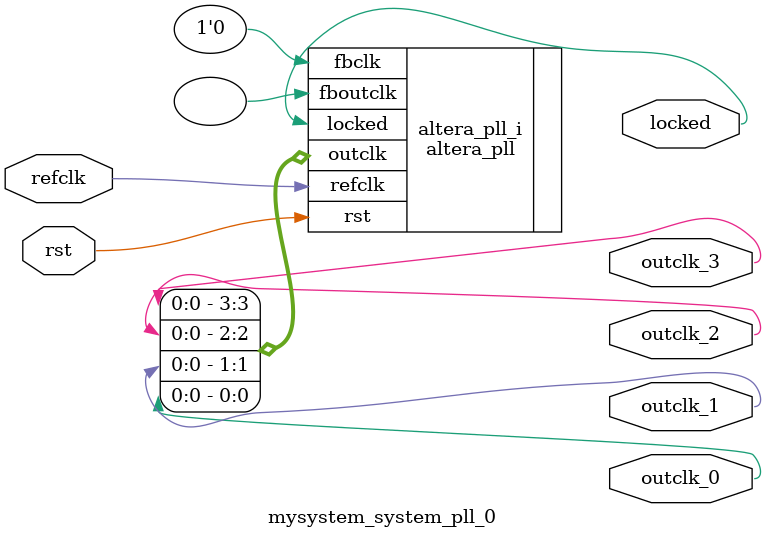
<source format=v>
`timescale 1ns/10ps
module  mysystem_system_pll_0(

	// interface 'refclk'
	input wire refclk,

	// interface 'reset'
	input wire rst,

	// interface 'outclk0'
	output wire outclk_0,

	// interface 'outclk1'
	output wire outclk_1,

	// interface 'outclk2'
	output wire outclk_2,

	// interface 'outclk3'
	output wire outclk_3,

	// interface 'locked'
	output wire locked
);

	altera_pll #(
		.fractional_vco_multiplier("false"),
		.reference_clock_frequency("50.0 MHz"),
		.operation_mode("direct"),
		.number_of_clocks(4),
		.output_clock_frequency0("100.000000 MHz"),
		.phase_shift0("0 ps"),
		.duty_cycle0(50),
		.output_clock_frequency1("100.000000 MHz"),
		.phase_shift1("7500 ps"),
		.duty_cycle1(50),
		.output_clock_frequency2("25.000000 MHz"),
		.phase_shift2("0 ps"),
		.duty_cycle2(50),
		.output_clock_frequency3("25.000000 MHz"),
		.phase_shift3("0 ps"),
		.duty_cycle3(50),
		.output_clock_frequency4("0 MHz"),
		.phase_shift4("0 ps"),
		.duty_cycle4(50),
		.output_clock_frequency5("0 MHz"),
		.phase_shift5("0 ps"),
		.duty_cycle5(50),
		.output_clock_frequency6("0 MHz"),
		.phase_shift6("0 ps"),
		.duty_cycle6(50),
		.output_clock_frequency7("0 MHz"),
		.phase_shift7("0 ps"),
		.duty_cycle7(50),
		.output_clock_frequency8("0 MHz"),
		.phase_shift8("0 ps"),
		.duty_cycle8(50),
		.output_clock_frequency9("0 MHz"),
		.phase_shift9("0 ps"),
		.duty_cycle9(50),
		.output_clock_frequency10("0 MHz"),
		.phase_shift10("0 ps"),
		.duty_cycle10(50),
		.output_clock_frequency11("0 MHz"),
		.phase_shift11("0 ps"),
		.duty_cycle11(50),
		.output_clock_frequency12("0 MHz"),
		.phase_shift12("0 ps"),
		.duty_cycle12(50),
		.output_clock_frequency13("0 MHz"),
		.phase_shift13("0 ps"),
		.duty_cycle13(50),
		.output_clock_frequency14("0 MHz"),
		.phase_shift14("0 ps"),
		.duty_cycle14(50),
		.output_clock_frequency15("0 MHz"),
		.phase_shift15("0 ps"),
		.duty_cycle15(50),
		.output_clock_frequency16("0 MHz"),
		.phase_shift16("0 ps"),
		.duty_cycle16(50),
		.output_clock_frequency17("0 MHz"),
		.phase_shift17("0 ps"),
		.duty_cycle17(50),
		.pll_type("General"),
		.pll_subtype("General")
	) altera_pll_i (
		.rst	(rst),
		.outclk	({outclk_3, outclk_2, outclk_1, outclk_0}),
		.locked	(locked),
		.fboutclk	( ),
		.fbclk	(1'b0),
		.refclk	(refclk)
	);
endmodule


</source>
